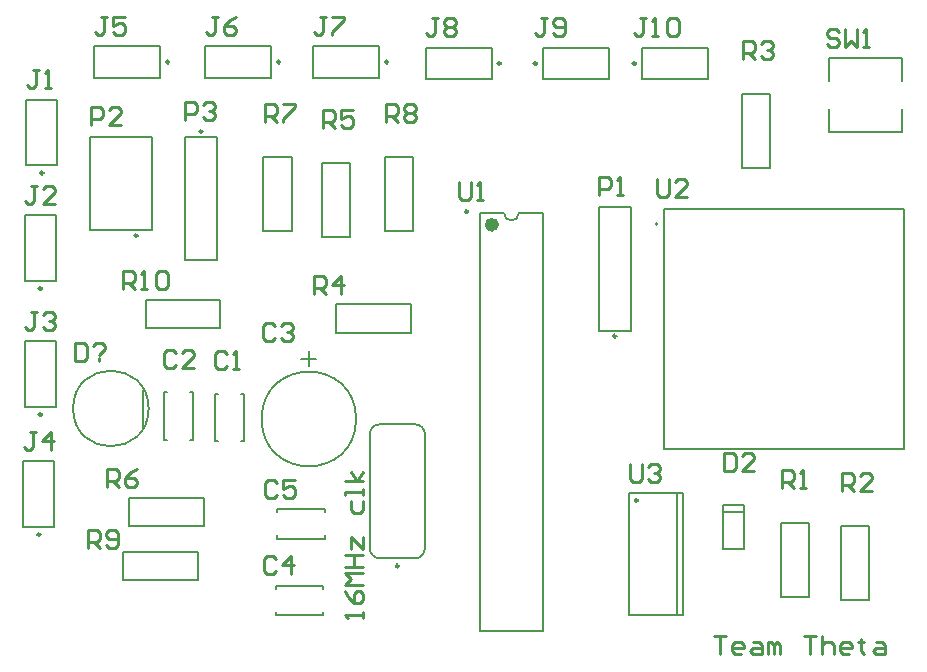
<source format=gbr>
G04*
G04 #@! TF.GenerationSoftware,Altium Limited,Altium Designer,24.10.1 (45)*
G04*
G04 Layer_Color=65535*
%FSLAX25Y25*%
%MOIN*%
G70*
G04*
G04 #@! TF.SameCoordinates,82B40839-DE60-4B9F-80D9-4B01C0AB2508*
G04*
G04*
G04 #@! TF.FilePolarity,Positive*
G04*
G01*
G75*
%ADD10C,0.00787*%
%ADD11C,0.00984*%
%ADD12C,0.00591*%
%ADD13C,0.02362*%
%ADD14C,0.00787*%
%ADD15C,0.00500*%
%ADD16C,0.01000*%
D10*
X126594Y81236D02*
G03*
X123346Y77988I0J-3248D01*
G01*
X141654Y77988D02*
G03*
X138406Y81236I-3248J0D01*
G01*
X138406Y36551D02*
G03*
X141654Y39799I0J3248D01*
G01*
X123346D02*
G03*
X126594Y36551I3248J0D01*
G01*
X118748Y83000D02*
G03*
X118748Y83000I-15748J0D01*
G01*
X219374Y148000D02*
G03*
X219374Y148000I-394J0D01*
G01*
X168000Y151685D02*
G03*
X173000Y151685I2500J0D01*
G01*
X41098Y29276D02*
Y38724D01*
X65902D01*
X41098Y29276D02*
X65902D01*
Y38724D01*
X126595Y36551D02*
X138406D01*
X126594Y81236D02*
X138406D01*
X123346Y39799D02*
Y77988D01*
X141654Y39799D02*
Y77988D01*
X103000Y100500D02*
Y105500D01*
X100500Y103000D02*
X105500D01*
X48598Y113276D02*
Y122724D01*
X73402D01*
X48598Y113276D02*
X73402D01*
Y122724D01*
X80339Y91374D02*
X81421D01*
X71579D02*
X72661D01*
X71579Y75626D02*
Y91374D01*
X80339Y75626D02*
X81421D01*
X71579D02*
X72661D01*
X81421D02*
Y91374D01*
X63339Y91874D02*
X64421D01*
X54579D02*
X55661D01*
X54579Y76126D02*
Y91874D01*
X63339Y76126D02*
X64421D01*
X54579D02*
X55661D01*
X64421D02*
Y91874D01*
X47728Y80201D02*
Y92799D01*
X92469Y51839D02*
Y52921D01*
Y43079D02*
Y44161D01*
Y43079D02*
X108217D01*
Y51839D02*
Y52921D01*
Y43079D02*
Y44161D01*
X92469Y52921D02*
X108217D01*
X225752Y17528D02*
Y58472D01*
X209610D02*
X227720D01*
X209610Y17528D02*
Y58472D01*
Y17528D02*
X227720D01*
Y58472D01*
X241026Y39569D02*
X247974D01*
X241026D02*
Y54431D01*
X247974D01*
Y39569D02*
Y54431D01*
X241026Y52000D02*
X247974D01*
X260276Y48402D02*
X269724D01*
Y23598D02*
Y48402D01*
X260276Y23598D02*
Y48402D01*
Y23598D02*
X269724D01*
X280276Y47402D02*
X289724D01*
Y22598D02*
Y47402D01*
X280276Y22598D02*
Y47402D01*
Y22598D02*
X289724D01*
X247276Y191402D02*
X256724D01*
Y166598D02*
Y191402D01*
X247276Y166598D02*
Y191402D01*
Y166598D02*
X256724D01*
X112098Y111776D02*
Y121224D01*
X136902D01*
X112098Y111776D02*
X136902D01*
Y121224D01*
X8803Y167516D02*
X19197D01*
Y189484D01*
X8803D02*
X19197D01*
X8803Y167516D02*
Y189484D01*
X276295Y195528D02*
Y203205D01*
Y178795D02*
Y186472D01*
Y178795D02*
X300705D01*
Y195528D02*
Y203205D01*
Y178795D02*
Y186472D01*
X276295Y203205D02*
X300705D01*
X8303Y129016D02*
X18697D01*
Y150984D01*
X8303D02*
X18697D01*
X8303Y129016D02*
Y150984D01*
Y87016D02*
X18697D01*
Y108984D01*
X8303D02*
X18697D01*
X8303Y87016D02*
Y108984D01*
X7803Y47016D02*
X18197D01*
Y68984D01*
X7803D02*
X18197D01*
X7803Y47016D02*
Y68984D01*
X90484Y196803D02*
Y207197D01*
X68516D02*
X90484D01*
X68516Y196803D02*
Y207197D01*
Y196803D02*
X90484D01*
X53484D02*
Y207197D01*
X31516D02*
X53484D01*
X31516Y196803D02*
Y207197D01*
Y196803D02*
X53484D01*
X61705Y135909D02*
Y177091D01*
X72295D01*
Y135909D02*
Y177091D01*
X61705Y135909D02*
X72295D01*
X163984Y196303D02*
Y206697D01*
X142016D02*
X163984D01*
X142016Y196303D02*
Y206697D01*
Y196303D02*
X163984D01*
X107276Y168402D02*
X116724D01*
Y143598D02*
Y168402D01*
X107276Y143598D02*
Y168402D01*
Y143598D02*
X116724D01*
X43098Y47276D02*
Y56724D01*
X67902D01*
X43098Y47276D02*
X67902D01*
Y56724D01*
X30205Y177091D02*
X50795D01*
X30205Y145909D02*
Y177091D01*
X50795Y145909D02*
Y177091D01*
X30205Y145909D02*
X50795D01*
X214016Y196303D02*
Y206697D01*
Y196303D02*
X235984D01*
Y206697D01*
X214016D02*
X235984D01*
X128276Y170402D02*
X137724D01*
Y145598D02*
Y170402D01*
X128276Y145598D02*
Y170402D01*
Y145598D02*
X137724D01*
X181016Y196303D02*
Y206697D01*
Y196303D02*
X202984D01*
Y206697D01*
X181016D02*
X202984D01*
X87776Y170402D02*
X97224D01*
Y145598D02*
Y170402D01*
X87776Y145598D02*
Y170402D01*
Y145598D02*
X97224D01*
X210295Y112409D02*
Y153591D01*
X199705Y112409D02*
X210295D01*
X199705D02*
Y153591D01*
X210295D01*
X107874Y17579D02*
Y18661D01*
Y26339D02*
Y27421D01*
X92126D02*
X107874D01*
X92126Y17579D02*
Y18661D01*
Y26339D02*
Y27421D01*
Y17579D02*
X107874D01*
X126484Y196803D02*
Y207197D01*
X104516D02*
X126484D01*
X104516Y196803D02*
Y207197D01*
Y196803D02*
X126484D01*
X160067Y12315D02*
X180933D01*
X173000Y151685D02*
X180933D01*
X160067D02*
X168000D01*
X180933Y12315D02*
Y151685D01*
X160067Y12315D02*
Y151685D01*
D11*
X132992Y33992D02*
G03*
X132992Y33992I-492J0D01*
G01*
X212661Y55913D02*
G03*
X212661Y55913I-492J0D01*
G01*
X14492Y165016D02*
G03*
X14492Y165016I-492J0D01*
G01*
X13992Y126516D02*
G03*
X13992Y126516I-492J0D01*
G01*
Y84516D02*
G03*
X13992Y84516I-492J0D01*
G01*
X13492Y44516D02*
G03*
X13492Y44516I-492J0D01*
G01*
X93476Y202000D02*
G03*
X93476Y202000I-492J0D01*
G01*
X56476D02*
G03*
X56476Y202000I-492J0D01*
G01*
X67492Y178862D02*
G03*
X67492Y178862I-492J0D01*
G01*
X166976Y201500D02*
G03*
X166976Y201500I-492J0D01*
G01*
X45913Y144098D02*
G03*
X45913Y144098I-492J0D01*
G01*
X212008Y201500D02*
G03*
X212008Y201500I-492J0D01*
G01*
X179008D02*
G03*
X179008Y201500I-492J0D01*
G01*
X205492Y110638D02*
G03*
X205492Y110638I-492J0D01*
G01*
X129476Y202000D02*
G03*
X129476Y202000I-492J0D01*
G01*
X155992Y152118D02*
G03*
X155992Y152118I-492J0D01*
G01*
D12*
X49598Y86500D02*
G03*
X49598Y86500I-12598J0D01*
G01*
D13*
X165185Y147748D02*
G03*
X165185Y147748I-1181J0D01*
G01*
D14*
X138406Y36551D02*
D03*
D15*
X221500Y73000D02*
Y153000D01*
X301500D01*
Y73000D02*
Y153000D01*
X221500Y73000D02*
X301500D01*
D16*
X238000Y10498D02*
X241999D01*
X239999D01*
Y4500D01*
X246997D02*
X244998D01*
X243998Y5500D01*
Y7499D01*
X244998Y8499D01*
X246997D01*
X247997Y7499D01*
Y6499D01*
X243998D01*
X250996Y8499D02*
X252995D01*
X253995Y7499D01*
Y4500D01*
X250996D01*
X249996Y5500D01*
X250996Y6499D01*
X253995D01*
X255994Y4500D02*
Y8499D01*
X256994D01*
X257994Y7499D01*
Y4500D01*
Y7499D01*
X258993Y8499D01*
X259993Y7499D01*
Y4500D01*
X267990Y10498D02*
X271989D01*
X269990D01*
Y4500D01*
X273988Y10498D02*
Y4500D01*
Y7499D01*
X274988Y8499D01*
X276987D01*
X277987Y7499D01*
Y4500D01*
X282985D02*
X280986D01*
X279986Y5500D01*
Y7499D01*
X280986Y8499D01*
X282985D01*
X283985Y7499D01*
Y6499D01*
X279986D01*
X286984Y9498D02*
Y8499D01*
X285984D01*
X287984D01*
X286984D01*
Y5500D01*
X287984Y4500D01*
X291983Y8499D02*
X293982D01*
X294982Y7499D01*
Y4500D01*
X291983D01*
X290983Y5500D01*
X291983Y6499D01*
X294982D01*
X29502Y40001D02*
Y45999D01*
X32501D01*
X33500Y44999D01*
Y43000D01*
X32501Y42000D01*
X29502D01*
X31501D02*
X33500Y40001D01*
X35500Y41001D02*
X36499Y40001D01*
X38499D01*
X39498Y41001D01*
Y44999D01*
X38499Y45999D01*
X36499D01*
X35500Y44999D01*
Y44000D01*
X36499Y43000D01*
X39498D01*
X120999Y16508D02*
Y18507D01*
Y17508D01*
X115001D01*
X116001Y16508D01*
X115001Y25505D02*
X116001Y23506D01*
X118000Y21506D01*
X119999D01*
X120999Y22506D01*
Y24505D01*
X119999Y25505D01*
X119000D01*
X118000Y24505D01*
Y21506D01*
X120999Y27504D02*
X115001D01*
X117000Y29504D01*
X115001Y31503D01*
X120999D01*
X115001Y33502D02*
X120999D01*
X118000D01*
Y37501D01*
X115001D01*
X120999D01*
X117000Y39500D02*
Y43499D01*
X120999Y39500D01*
Y43499D01*
X117000Y55495D02*
Y52496D01*
X118000Y51497D01*
X119999D01*
X120999Y52496D01*
Y55495D01*
Y57495D02*
Y59494D01*
Y58494D01*
X115001D01*
Y57495D01*
X120999Y62493D02*
X115001D01*
X119000D02*
X117000Y65492D01*
X119000Y62493D02*
X120999Y65492D01*
X91799Y113898D02*
X90799Y114898D01*
X88800D01*
X87800Y113898D01*
Y109900D01*
X88800Y108900D01*
X90799D01*
X91799Y109900D01*
X93798Y113898D02*
X94798Y114898D01*
X96797D01*
X97797Y113898D01*
Y112899D01*
X96797Y111899D01*
X95797D01*
X96797D01*
X97797Y110899D01*
Y109900D01*
X96797Y108900D01*
X94798D01*
X93798Y109900D01*
X41100Y126200D02*
Y132198D01*
X44099D01*
X45099Y131198D01*
Y129199D01*
X44099Y128199D01*
X41100D01*
X43099D02*
X45099Y126200D01*
X47098D02*
X49097D01*
X48098D01*
Y132198D01*
X47098Y131198D01*
X52096D02*
X53096Y132198D01*
X55095D01*
X56095Y131198D01*
Y127200D01*
X55095Y126200D01*
X53096D01*
X52096Y127200D01*
Y131198D01*
X75799Y104498D02*
X74799Y105498D01*
X72800D01*
X71800Y104498D01*
Y100500D01*
X72800Y99500D01*
X74799D01*
X75799Y100500D01*
X77798Y99500D02*
X79797D01*
X78798D01*
Y105498D01*
X77798Y104498D01*
X58799Y104998D02*
X57799Y105998D01*
X55800D01*
X54800Y104998D01*
Y101000D01*
X55800Y100000D01*
X57799D01*
X58799Y101000D01*
X64797Y100000D02*
X60798D01*
X64797Y103999D01*
Y104998D01*
X63797Y105998D01*
X61798D01*
X60798Y104998D01*
X25100Y108398D02*
Y102400D01*
X28099D01*
X29099Y103400D01*
Y107398D01*
X28099Y108398D01*
X25100D01*
X31098Y107398D02*
X32098Y108398D01*
X34097D01*
X35097Y107398D01*
Y106399D01*
X33097Y104399D01*
Y103400D02*
Y102400D01*
X92399Y61698D02*
X91399Y62698D01*
X89400D01*
X88400Y61698D01*
Y57700D01*
X89400Y56700D01*
X91399D01*
X92399Y57700D01*
X98397Y62698D02*
X94398D01*
Y59699D01*
X96397Y60699D01*
X97397D01*
X98397Y59699D01*
Y57700D01*
X97397Y56700D01*
X95398D01*
X94398Y57700D01*
X210200Y67898D02*
Y62900D01*
X211200Y61900D01*
X213199D01*
X214199Y62900D01*
Y67898D01*
X216198Y66898D02*
X217198Y67898D01*
X219197D01*
X220197Y66898D01*
Y65899D01*
X219197Y64899D01*
X218197D01*
X219197D01*
X220197Y63899D01*
Y62900D01*
X219197Y61900D01*
X217198D01*
X216198Y62900D01*
X241500Y71698D02*
Y65700D01*
X244499D01*
X245499Y66700D01*
Y70698D01*
X244499Y71698D01*
X241500D01*
X251497Y65700D02*
X247498D01*
X251497Y69699D01*
Y70698D01*
X250497Y71698D01*
X248498D01*
X247498Y70698D01*
X260800Y59900D02*
Y65898D01*
X263799D01*
X264799Y64898D01*
Y62899D01*
X263799Y61899D01*
X260800D01*
X262799D02*
X264799Y59900D01*
X266798D02*
X268797D01*
X267798D01*
Y65898D01*
X266798Y64898D01*
X280800Y58900D02*
Y64898D01*
X283799D01*
X284799Y63898D01*
Y61899D01*
X283799Y60899D01*
X280800D01*
X282799D02*
X284799Y58900D01*
X290797D02*
X286798D01*
X290797Y62899D01*
Y63898D01*
X289797Y64898D01*
X287798D01*
X286798Y63898D01*
X247800Y202900D02*
Y208898D01*
X250799D01*
X251799Y207898D01*
Y205899D01*
X250799Y204899D01*
X247800D01*
X249799D02*
X251799Y202900D01*
X253798Y207898D02*
X254798Y208898D01*
X256797D01*
X257797Y207898D01*
Y206899D01*
X256797Y205899D01*
X255797D01*
X256797D01*
X257797Y204899D01*
Y203900D01*
X256797Y202900D01*
X254798D01*
X253798Y203900D01*
X104600Y124700D02*
Y130698D01*
X107599D01*
X108599Y129698D01*
Y127699D01*
X107599Y126699D01*
X104600D01*
X106599D02*
X108599Y124700D01*
X113597D02*
Y130698D01*
X110598Y127699D01*
X114597D01*
X12999Y199298D02*
X10999D01*
X11999D01*
Y194300D01*
X10999Y193300D01*
X10000D01*
X9000Y194300D01*
X14998Y193300D02*
X16997D01*
X15998D01*
Y199298D01*
X14998Y198298D01*
X279799Y211998D02*
X278799Y212998D01*
X276800D01*
X275800Y211998D01*
Y210999D01*
X276800Y209999D01*
X278799D01*
X279799Y208999D01*
Y208000D01*
X278799Y207000D01*
X276800D01*
X275800Y208000D01*
X281798Y212998D02*
Y207000D01*
X283797Y208999D01*
X285797Y207000D01*
Y212998D01*
X287796Y207000D02*
X289795D01*
X288796D01*
Y212998D01*
X287796Y211998D01*
X12499Y160798D02*
X10499D01*
X11499D01*
Y155800D01*
X10499Y154800D01*
X9500D01*
X8500Y155800D01*
X18497Y154800D02*
X14498D01*
X18497Y158799D01*
Y159798D01*
X17497Y160798D01*
X15498D01*
X14498Y159798D01*
X12499Y118798D02*
X10499D01*
X11499D01*
Y113800D01*
X10499Y112800D01*
X9500D01*
X8500Y113800D01*
X14498Y117798D02*
X15498Y118798D01*
X17497D01*
X18497Y117798D01*
Y116799D01*
X17497Y115799D01*
X16497D01*
X17497D01*
X18497Y114799D01*
Y113800D01*
X17497Y112800D01*
X15498D01*
X14498Y113800D01*
X11999Y78798D02*
X9999D01*
X10999D01*
Y73800D01*
X9999Y72800D01*
X9000D01*
X8000Y73800D01*
X16997Y72800D02*
Y78798D01*
X13998Y75799D01*
X17997D01*
X72699Y216998D02*
X70699D01*
X71699D01*
Y212000D01*
X70699Y211000D01*
X69700D01*
X68700Y212000D01*
X78697Y216998D02*
X76697Y215998D01*
X74698Y213999D01*
Y212000D01*
X75698Y211000D01*
X77697D01*
X78697Y212000D01*
Y212999D01*
X77697Y213999D01*
X74698D01*
X35699Y216998D02*
X33699D01*
X34699D01*
Y212000D01*
X33699Y211000D01*
X32700D01*
X31700Y212000D01*
X41697Y216998D02*
X37698D01*
Y213999D01*
X39697Y214999D01*
X40697D01*
X41697Y213999D01*
Y212000D01*
X40697Y211000D01*
X38698D01*
X37698Y212000D01*
X219200Y163098D02*
Y158100D01*
X220200Y157100D01*
X222199D01*
X223199Y158100D01*
Y163098D01*
X229197Y157100D02*
X225198D01*
X229197Y161099D01*
Y162098D01*
X228197Y163098D01*
X226198D01*
X225198Y162098D01*
X61800Y182800D02*
Y188798D01*
X64799D01*
X65799Y187798D01*
Y185799D01*
X64799Y184799D01*
X61800D01*
X67798Y187798D02*
X68798Y188798D01*
X70797D01*
X71797Y187798D01*
Y186799D01*
X70797Y185799D01*
X69797D01*
X70797D01*
X71797Y184799D01*
Y183800D01*
X70797Y182800D01*
X68798D01*
X67798Y183800D01*
X146199Y216498D02*
X144199D01*
X145199D01*
Y211500D01*
X144199Y210500D01*
X143200D01*
X142200Y211500D01*
X148198Y215498D02*
X149198Y216498D01*
X151197D01*
X152197Y215498D01*
Y214499D01*
X151197Y213499D01*
X152197Y212499D01*
Y211500D01*
X151197Y210500D01*
X149198D01*
X148198Y211500D01*
Y212499D01*
X149198Y213499D01*
X148198Y214499D01*
Y215498D01*
X149198Y213499D02*
X151197D01*
X107800Y179900D02*
Y185898D01*
X110799D01*
X111799Y184898D01*
Y182899D01*
X110799Y181899D01*
X107800D01*
X109799D02*
X111799Y179900D01*
X117797Y185898D02*
X113798D01*
Y182899D01*
X115797Y183899D01*
X116797D01*
X117797Y182899D01*
Y180900D01*
X116797Y179900D01*
X114798D01*
X113798Y180900D01*
X35600Y60200D02*
Y66198D01*
X38599D01*
X39599Y65198D01*
Y63199D01*
X38599Y62199D01*
X35600D01*
X37599D02*
X39599Y60200D01*
X45597Y66198D02*
X43597Y65198D01*
X41598Y63199D01*
Y61200D01*
X42598Y60200D01*
X44597D01*
X45597Y61200D01*
Y62199D01*
X44597Y63199D01*
X41598D01*
X30300Y181000D02*
Y186998D01*
X33299D01*
X34299Y185998D01*
Y183999D01*
X33299Y182999D01*
X30300D01*
X40297Y181000D02*
X36298D01*
X40297Y184999D01*
Y185998D01*
X39297Y186998D01*
X37298D01*
X36298Y185998D01*
X215499Y216498D02*
X213499D01*
X214499D01*
Y211500D01*
X213499Y210500D01*
X212500D01*
X211500Y211500D01*
X217498Y210500D02*
X219497D01*
X218498D01*
Y216498D01*
X217498Y215498D01*
X222496D02*
X223496Y216498D01*
X225496D01*
X226495Y215498D01*
Y211500D01*
X225496Y210500D01*
X223496D01*
X222496Y211500D01*
Y215498D01*
X128800Y181900D02*
Y187898D01*
X131799D01*
X132799Y186898D01*
Y184899D01*
X131799Y183899D01*
X128800D01*
X130799D02*
X132799Y181900D01*
X134798Y186898D02*
X135798Y187898D01*
X137797D01*
X138797Y186898D01*
Y185899D01*
X137797Y184899D01*
X138797Y183899D01*
Y182900D01*
X137797Y181900D01*
X135798D01*
X134798Y182900D01*
Y183899D01*
X135798Y184899D01*
X134798Y185899D01*
Y186898D01*
X135798Y184899D02*
X137797D01*
X182499Y216498D02*
X180499D01*
X181499D01*
Y211500D01*
X180499Y210500D01*
X179500D01*
X178500Y211500D01*
X184498D02*
X185498Y210500D01*
X187497D01*
X188497Y211500D01*
Y215498D01*
X187497Y216498D01*
X185498D01*
X184498Y215498D01*
Y214499D01*
X185498Y213499D01*
X188497D01*
X88300Y181900D02*
Y187898D01*
X91299D01*
X92299Y186898D01*
Y184899D01*
X91299Y183899D01*
X88300D01*
X90299D02*
X92299Y181900D01*
X94298Y187898D02*
X98297D01*
Y186898D01*
X94298Y182900D01*
Y181900D01*
X199800Y157500D02*
Y163498D01*
X202799D01*
X203799Y162498D01*
Y160499D01*
X202799Y159499D01*
X199800D01*
X205798Y157500D02*
X207797D01*
X206798D01*
Y163498D01*
X205798Y162498D01*
X91999Y36198D02*
X90999Y37198D01*
X89000D01*
X88000Y36198D01*
Y32200D01*
X89000Y31200D01*
X90999D01*
X91999Y32200D01*
X96997Y31200D02*
Y37198D01*
X93998Y34199D01*
X97997D01*
X108699Y216998D02*
X106699D01*
X107699D01*
Y212000D01*
X106699Y211000D01*
X105700D01*
X104700Y212000D01*
X110698Y216998D02*
X114697D01*
Y215998D01*
X110698Y212000D01*
Y211000D01*
X153100Y162098D02*
Y157100D01*
X154100Y156100D01*
X156099D01*
X157099Y157100D01*
Y162098D01*
X159098Y156100D02*
X161097D01*
X160098D01*
Y162098D01*
X159098Y161098D01*
M02*

</source>
